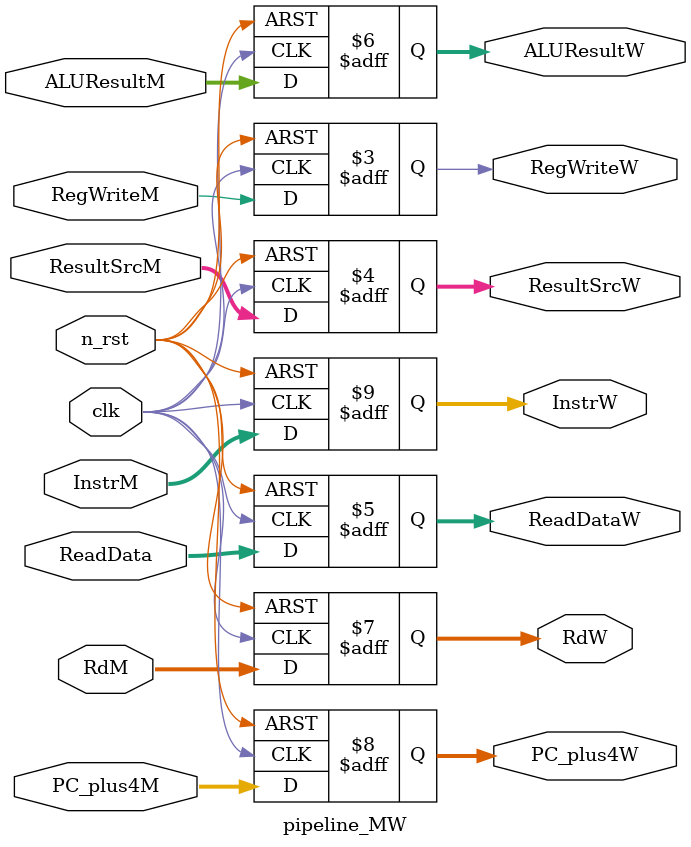
<source format=sv>
module pipeline_MW(
    input clk,
    input n_rst,
    input RegWriteM,
    input [1:0] ResultSrcM,
    input [31:0] ReadData,
    input [31:0] ALUResultM,
    input [4:0] RdM,
    input [31:0] PC_plus4M,
    input [31:0] InstrM,

    output reg RegWriteW,
    output reg [1:0] ResultSrcW,
    output reg [31:0]ReadDataW,
    output reg [31:0] ALUResultW,
    output reg [4:0] RdW,
    output reg [31:0] PC_plus4W,
    output reg [31:0] InstrW

);
  always @(posedge clk or negedge n_rst)begin
        if(!n_rst) begin
          InstrW <= 32'h0000_0033;
          ResultSrcW <= 2'b0;
          RegWriteW <= 1'b0;
          ReadDataW <= 32'b0;
          PC_plus4W <= 32'b0;
          ALUResultW <= 32'b0;
          RdW <= 5'b0;
        end
        else begin
          InstrW <= InstrM;
          ResultSrcW <= ResultSrcM;
          RegWriteW <= RegWriteM;
          ReadDataW <= ReadData;
          PC_plus4W <= PC_plus4M;
          ALUResultW <= ALUResultM;
          RdW <= RdM;
        end    
  end  

endmodule
</source>
